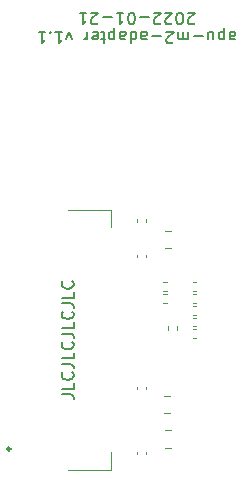
<source format=gbr>
%TF.GenerationSoftware,KiCad,Pcbnew,(6.0.1)*%
%TF.CreationDate,2022-01-21T21:00:35+01:00*%
%TF.ProjectId,apu-m2,6170752d-6d32-42e6-9b69-6361645f7063,rev?*%
%TF.SameCoordinates,Original*%
%TF.FileFunction,Legend,Top*%
%TF.FilePolarity,Positive*%
%FSLAX46Y46*%
G04 Gerber Fmt 4.6, Leading zero omitted, Abs format (unit mm)*
G04 Created by KiCad (PCBNEW (6.0.1)) date 2022-01-21 21:00:35*
%MOMM*%
%LPD*%
G01*
G04 APERTURE LIST*
%ADD10C,0.150000*%
%ADD11C,0.120000*%
%ADD12C,0.260000*%
G04 APERTURE END LIST*
D10*
X108552380Y-86219047D02*
X109266666Y-86219047D01*
X109409523Y-86266666D01*
X109504761Y-86361904D01*
X109552380Y-86504761D01*
X109552380Y-86600000D01*
X109552380Y-85266666D02*
X109552380Y-85742857D01*
X108552380Y-85742857D01*
X109457142Y-84361904D02*
X109504761Y-84409523D01*
X109552380Y-84552380D01*
X109552380Y-84647619D01*
X109504761Y-84790476D01*
X109409523Y-84885714D01*
X109314285Y-84933333D01*
X109123809Y-84980952D01*
X108980952Y-84980952D01*
X108790476Y-84933333D01*
X108695238Y-84885714D01*
X108600000Y-84790476D01*
X108552380Y-84647619D01*
X108552380Y-84552380D01*
X108600000Y-84409523D01*
X108647619Y-84361904D01*
X108552380Y-83647619D02*
X109266666Y-83647619D01*
X109409523Y-83695238D01*
X109504761Y-83790476D01*
X109552380Y-83933333D01*
X109552380Y-84028571D01*
X109552380Y-82695238D02*
X109552380Y-83171428D01*
X108552380Y-83171428D01*
X109457142Y-81790476D02*
X109504761Y-81838095D01*
X109552380Y-81980952D01*
X109552380Y-82076190D01*
X109504761Y-82219047D01*
X109409523Y-82314285D01*
X109314285Y-82361904D01*
X109123809Y-82409523D01*
X108980952Y-82409523D01*
X108790476Y-82361904D01*
X108695238Y-82314285D01*
X108600000Y-82219047D01*
X108552380Y-82076190D01*
X108552380Y-81980952D01*
X108600000Y-81838095D01*
X108647619Y-81790476D01*
X108552380Y-81076190D02*
X109266666Y-81076190D01*
X109409523Y-81123809D01*
X109504761Y-81219047D01*
X109552380Y-81361904D01*
X109552380Y-81457142D01*
X109552380Y-80123809D02*
X109552380Y-80600000D01*
X108552380Y-80600000D01*
X109457142Y-79219047D02*
X109504761Y-79266666D01*
X109552380Y-79409523D01*
X109552380Y-79504761D01*
X109504761Y-79647619D01*
X109409523Y-79742857D01*
X109314285Y-79790476D01*
X109123809Y-79838095D01*
X108980952Y-79838095D01*
X108790476Y-79790476D01*
X108695238Y-79742857D01*
X108600000Y-79647619D01*
X108552380Y-79504761D01*
X108552380Y-79409523D01*
X108600000Y-79266666D01*
X108647619Y-79219047D01*
X108552380Y-78504761D02*
X109266666Y-78504761D01*
X109409523Y-78552380D01*
X109504761Y-78647619D01*
X109552380Y-78790476D01*
X109552380Y-78885714D01*
X109552380Y-77552380D02*
X109552380Y-78028571D01*
X108552380Y-78028571D01*
X109457142Y-76647619D02*
X109504761Y-76695238D01*
X109552380Y-76838095D01*
X109552380Y-76933333D01*
X109504761Y-77076190D01*
X109409523Y-77171428D01*
X109314285Y-77219047D01*
X109123809Y-77266666D01*
X108980952Y-77266666D01*
X108790476Y-77219047D01*
X108695238Y-77171428D01*
X108600000Y-77076190D01*
X108552380Y-76933333D01*
X108552380Y-76838095D01*
X108600000Y-76695238D01*
X108647619Y-76647619D01*
X122782142Y-55502619D02*
X122782142Y-56026428D01*
X122829761Y-56121666D01*
X122925000Y-56169285D01*
X123115476Y-56169285D01*
X123210714Y-56121666D01*
X122782142Y-55550238D02*
X122877380Y-55502619D01*
X123115476Y-55502619D01*
X123210714Y-55550238D01*
X123258333Y-55645476D01*
X123258333Y-55740714D01*
X123210714Y-55835952D01*
X123115476Y-55883571D01*
X122877380Y-55883571D01*
X122782142Y-55931190D01*
X122305952Y-56169285D02*
X122305952Y-55169285D01*
X122305952Y-56121666D02*
X122210714Y-56169285D01*
X122020238Y-56169285D01*
X121925000Y-56121666D01*
X121877380Y-56074047D01*
X121829761Y-55978809D01*
X121829761Y-55693095D01*
X121877380Y-55597857D01*
X121925000Y-55550238D01*
X122020238Y-55502619D01*
X122210714Y-55502619D01*
X122305952Y-55550238D01*
X120972619Y-56169285D02*
X120972619Y-55502619D01*
X121401190Y-56169285D02*
X121401190Y-55645476D01*
X121353571Y-55550238D01*
X121258333Y-55502619D01*
X121115476Y-55502619D01*
X121020238Y-55550238D01*
X120972619Y-55597857D01*
X120496428Y-55883571D02*
X119734523Y-55883571D01*
X119258333Y-55502619D02*
X119258333Y-56169285D01*
X119258333Y-56074047D02*
X119210714Y-56121666D01*
X119115476Y-56169285D01*
X118972619Y-56169285D01*
X118877380Y-56121666D01*
X118829761Y-56026428D01*
X118829761Y-55502619D01*
X118829761Y-56026428D02*
X118782142Y-56121666D01*
X118686904Y-56169285D01*
X118544047Y-56169285D01*
X118448809Y-56121666D01*
X118401190Y-56026428D01*
X118401190Y-55502619D01*
X117972619Y-56407380D02*
X117925000Y-56455000D01*
X117829761Y-56502619D01*
X117591666Y-56502619D01*
X117496428Y-56455000D01*
X117448809Y-56407380D01*
X117401190Y-56312142D01*
X117401190Y-56216904D01*
X117448809Y-56074047D01*
X118020238Y-55502619D01*
X117401190Y-55502619D01*
X116972619Y-55883571D02*
X116210714Y-55883571D01*
X115305952Y-55502619D02*
X115305952Y-56026428D01*
X115353571Y-56121666D01*
X115448809Y-56169285D01*
X115639285Y-56169285D01*
X115734523Y-56121666D01*
X115305952Y-55550238D02*
X115401190Y-55502619D01*
X115639285Y-55502619D01*
X115734523Y-55550238D01*
X115782142Y-55645476D01*
X115782142Y-55740714D01*
X115734523Y-55835952D01*
X115639285Y-55883571D01*
X115401190Y-55883571D01*
X115305952Y-55931190D01*
X114401190Y-55502619D02*
X114401190Y-56502619D01*
X114401190Y-55550238D02*
X114496428Y-55502619D01*
X114686904Y-55502619D01*
X114782142Y-55550238D01*
X114829761Y-55597857D01*
X114877380Y-55693095D01*
X114877380Y-55978809D01*
X114829761Y-56074047D01*
X114782142Y-56121666D01*
X114686904Y-56169285D01*
X114496428Y-56169285D01*
X114401190Y-56121666D01*
X113496428Y-55502619D02*
X113496428Y-56026428D01*
X113544047Y-56121666D01*
X113639285Y-56169285D01*
X113829761Y-56169285D01*
X113925000Y-56121666D01*
X113496428Y-55550238D02*
X113591666Y-55502619D01*
X113829761Y-55502619D01*
X113925000Y-55550238D01*
X113972619Y-55645476D01*
X113972619Y-55740714D01*
X113925000Y-55835952D01*
X113829761Y-55883571D01*
X113591666Y-55883571D01*
X113496428Y-55931190D01*
X113020238Y-56169285D02*
X113020238Y-55169285D01*
X113020238Y-56121666D02*
X112925000Y-56169285D01*
X112734523Y-56169285D01*
X112639285Y-56121666D01*
X112591666Y-56074047D01*
X112544047Y-55978809D01*
X112544047Y-55693095D01*
X112591666Y-55597857D01*
X112639285Y-55550238D01*
X112734523Y-55502619D01*
X112925000Y-55502619D01*
X113020238Y-55550238D01*
X112258333Y-56169285D02*
X111877380Y-56169285D01*
X112115476Y-56502619D02*
X112115476Y-55645476D01*
X112067857Y-55550238D01*
X111972619Y-55502619D01*
X111877380Y-55502619D01*
X111163095Y-55550238D02*
X111258333Y-55502619D01*
X111448809Y-55502619D01*
X111544047Y-55550238D01*
X111591666Y-55645476D01*
X111591666Y-56026428D01*
X111544047Y-56121666D01*
X111448809Y-56169285D01*
X111258333Y-56169285D01*
X111163095Y-56121666D01*
X111115476Y-56026428D01*
X111115476Y-55931190D01*
X111591666Y-55835952D01*
X110686904Y-55502619D02*
X110686904Y-56169285D01*
X110686904Y-55978809D02*
X110639285Y-56074047D01*
X110591666Y-56121666D01*
X110496428Y-56169285D01*
X110401190Y-56169285D01*
X109401190Y-56169285D02*
X109163095Y-55502619D01*
X108925000Y-56169285D01*
X108020238Y-55502619D02*
X108591666Y-55502619D01*
X108305952Y-55502619D02*
X108305952Y-56502619D01*
X108401190Y-56359761D01*
X108496428Y-56264523D01*
X108591666Y-56216904D01*
X107591666Y-55597857D02*
X107544047Y-55550238D01*
X107591666Y-55502619D01*
X107639285Y-55550238D01*
X107591666Y-55597857D01*
X107591666Y-55502619D01*
X106591666Y-55502619D02*
X107163095Y-55502619D01*
X106877380Y-55502619D02*
X106877380Y-56502619D01*
X106972619Y-56359761D01*
X107067857Y-56264523D01*
X107163095Y-56216904D01*
X119782142Y-54797380D02*
X119734523Y-54845000D01*
X119639285Y-54892619D01*
X119401190Y-54892619D01*
X119305952Y-54845000D01*
X119258333Y-54797380D01*
X119210714Y-54702142D01*
X119210714Y-54606904D01*
X119258333Y-54464047D01*
X119829761Y-53892619D01*
X119210714Y-53892619D01*
X118591666Y-54892619D02*
X118496428Y-54892619D01*
X118401190Y-54845000D01*
X118353571Y-54797380D01*
X118305952Y-54702142D01*
X118258333Y-54511666D01*
X118258333Y-54273571D01*
X118305952Y-54083095D01*
X118353571Y-53987857D01*
X118401190Y-53940238D01*
X118496428Y-53892619D01*
X118591666Y-53892619D01*
X118686904Y-53940238D01*
X118734523Y-53987857D01*
X118782142Y-54083095D01*
X118829761Y-54273571D01*
X118829761Y-54511666D01*
X118782142Y-54702142D01*
X118734523Y-54797380D01*
X118686904Y-54845000D01*
X118591666Y-54892619D01*
X117877380Y-54797380D02*
X117829761Y-54845000D01*
X117734523Y-54892619D01*
X117496428Y-54892619D01*
X117401190Y-54845000D01*
X117353571Y-54797380D01*
X117305952Y-54702142D01*
X117305952Y-54606904D01*
X117353571Y-54464047D01*
X117925000Y-53892619D01*
X117305952Y-53892619D01*
X116925000Y-54797380D02*
X116877380Y-54845000D01*
X116782142Y-54892619D01*
X116544047Y-54892619D01*
X116448809Y-54845000D01*
X116401190Y-54797380D01*
X116353571Y-54702142D01*
X116353571Y-54606904D01*
X116401190Y-54464047D01*
X116972619Y-53892619D01*
X116353571Y-53892619D01*
X115925000Y-54273571D02*
X115163095Y-54273571D01*
X114496428Y-54892619D02*
X114401190Y-54892619D01*
X114305952Y-54845000D01*
X114258333Y-54797380D01*
X114210714Y-54702142D01*
X114163095Y-54511666D01*
X114163095Y-54273571D01*
X114210714Y-54083095D01*
X114258333Y-53987857D01*
X114305952Y-53940238D01*
X114401190Y-53892619D01*
X114496428Y-53892619D01*
X114591666Y-53940238D01*
X114639285Y-53987857D01*
X114686904Y-54083095D01*
X114734523Y-54273571D01*
X114734523Y-54511666D01*
X114686904Y-54702142D01*
X114639285Y-54797380D01*
X114591666Y-54845000D01*
X114496428Y-54892619D01*
X113210714Y-53892619D02*
X113782142Y-53892619D01*
X113496428Y-53892619D02*
X113496428Y-54892619D01*
X113591666Y-54749761D01*
X113686904Y-54654523D01*
X113782142Y-54606904D01*
X112782142Y-54273571D02*
X112020238Y-54273571D01*
X111591666Y-54797380D02*
X111544047Y-54845000D01*
X111448809Y-54892619D01*
X111210714Y-54892619D01*
X111115476Y-54845000D01*
X111067857Y-54797380D01*
X111020238Y-54702142D01*
X111020238Y-54606904D01*
X111067857Y-54464047D01*
X111639285Y-53892619D01*
X111020238Y-53892619D01*
X110067857Y-53892619D02*
X110639285Y-53892619D01*
X110353571Y-53892619D02*
X110353571Y-54892619D01*
X110448809Y-54749761D01*
X110544047Y-54654523D01*
X110639285Y-54606904D01*
D11*
%TO.C,C1*%
X119692164Y-79740000D02*
X119907836Y-79740000D01*
X119692164Y-80460000D02*
X119907836Y-80460000D01*
%TO.C,C8*%
X115660000Y-74392164D02*
X115660000Y-74607836D01*
X114940000Y-74392164D02*
X114940000Y-74607836D01*
%TO.C,R7*%
X117453641Y-77480000D02*
X117146359Y-77480000D01*
X117453641Y-76720000D02*
X117146359Y-76720000D01*
%TO.C,R6*%
X117453641Y-78480000D02*
X117146359Y-78480000D01*
X117453641Y-77720000D02*
X117146359Y-77720000D01*
%TO.C,R5*%
X119953641Y-79480000D02*
X119646359Y-79480000D01*
X119953641Y-78720000D02*
X119646359Y-78720000D01*
%TO.C,R4*%
X118280000Y-80446359D02*
X118280000Y-80753641D01*
X117520000Y-80446359D02*
X117520000Y-80753641D01*
%TO.C,C7*%
X115660000Y-91092164D02*
X115660000Y-91307836D01*
X114940000Y-91092164D02*
X114940000Y-91307836D01*
%TO.C,C6*%
X114940000Y-85807836D02*
X114940000Y-85592164D01*
X115660000Y-85807836D02*
X115660000Y-85592164D01*
%TO.C,C5*%
X114940000Y-71607836D02*
X114940000Y-71392164D01*
X115660000Y-71607836D02*
X115660000Y-71392164D01*
%TO.C,C4*%
X117238748Y-86365000D02*
X117761252Y-86365000D01*
X117238748Y-87835000D02*
X117761252Y-87835000D01*
%TO.C,C3*%
X117288748Y-72365000D02*
X117811252Y-72365000D01*
X117288748Y-73835000D02*
X117811252Y-73835000D01*
%TO.C,C2*%
X117288748Y-89265000D02*
X117811252Y-89265000D01*
X117288748Y-90735000D02*
X117811252Y-90735000D01*
%TO.C,R3*%
X119953641Y-76720000D02*
X119646359Y-76720000D01*
X119953641Y-77480000D02*
X119646359Y-77480000D01*
%TO.C,R2*%
X119948641Y-77720000D02*
X119641359Y-77720000D01*
X119948641Y-78480000D02*
X119641359Y-78480000D01*
%TO.C,J2*%
X109075000Y-70590000D02*
X112715000Y-70590000D01*
X109075000Y-92610000D02*
X112715000Y-92610000D01*
X112715000Y-92610000D02*
X112715000Y-91110000D01*
X112715000Y-70590000D02*
X112715000Y-72090000D01*
D12*
X104205000Y-90850000D02*
G75*
G03*
X104205000Y-90850000I-130000J0D01*
G01*
D11*
%TO.C,R1*%
X119953641Y-81480000D02*
X119646359Y-81480000D01*
X119953641Y-80720000D02*
X119646359Y-80720000D01*
%TD*%
M02*

</source>
